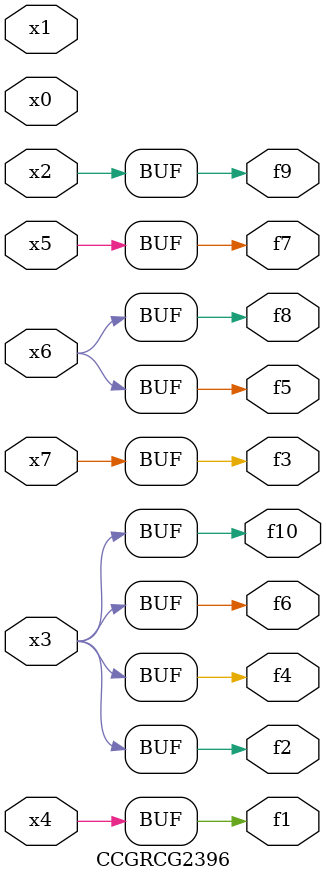
<source format=v>
module CCGRCG2396(
	input x0, x1, x2, x3, x4, x5, x6, x7,
	output f1, f2, f3, f4, f5, f6, f7, f8, f9, f10
);
	assign f1 = x4;
	assign f2 = x3;
	assign f3 = x7;
	assign f4 = x3;
	assign f5 = x6;
	assign f6 = x3;
	assign f7 = x5;
	assign f8 = x6;
	assign f9 = x2;
	assign f10 = x3;
endmodule

</source>
